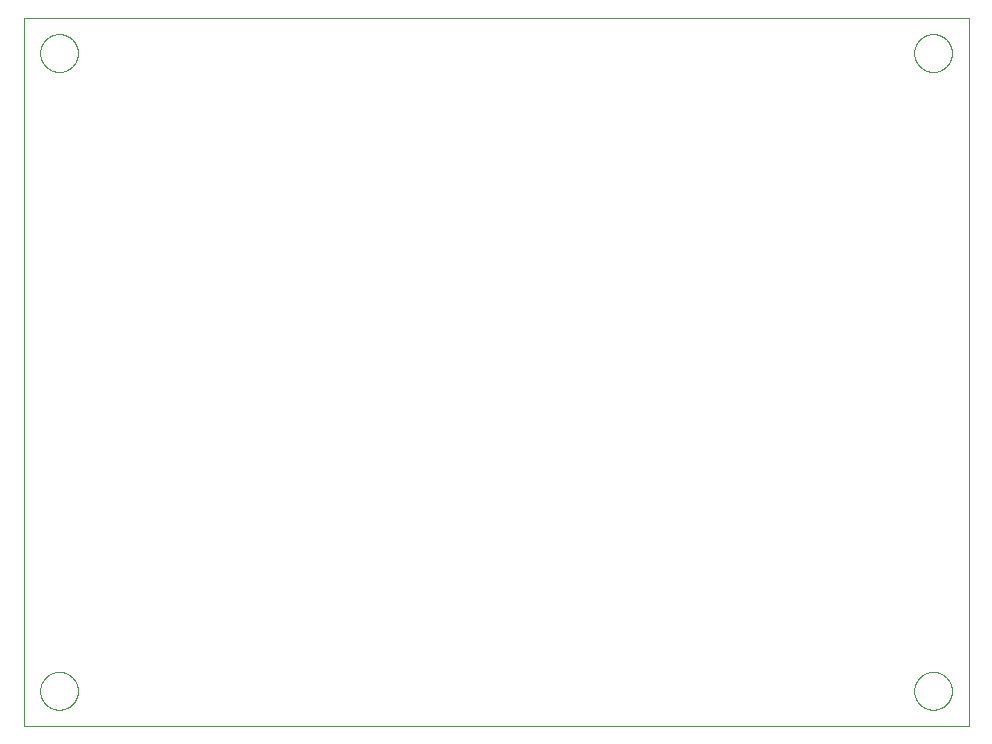
<source format=gbp>
G75*
%MOIN*%
%OFA0B0*%
%FSLAX25Y25*%
%IPPOS*%
%LPD*%
%AMOC8*
5,1,8,0,0,1.08239X$1,22.5*
%
%ADD10C,0.00000*%
D10*
X0001000Y0001000D02*
X0001000Y0237220D01*
X0315961Y0237220D01*
X0315961Y0001000D01*
X0001000Y0001000D01*
X0006512Y0012811D02*
X0006514Y0012969D01*
X0006520Y0013127D01*
X0006530Y0013285D01*
X0006544Y0013443D01*
X0006562Y0013600D01*
X0006583Y0013757D01*
X0006609Y0013913D01*
X0006639Y0014069D01*
X0006672Y0014224D01*
X0006710Y0014377D01*
X0006751Y0014530D01*
X0006796Y0014682D01*
X0006845Y0014833D01*
X0006898Y0014982D01*
X0006954Y0015130D01*
X0007014Y0015276D01*
X0007078Y0015421D01*
X0007146Y0015564D01*
X0007217Y0015706D01*
X0007291Y0015846D01*
X0007369Y0015983D01*
X0007451Y0016119D01*
X0007535Y0016253D01*
X0007624Y0016384D01*
X0007715Y0016513D01*
X0007810Y0016640D01*
X0007907Y0016765D01*
X0008008Y0016887D01*
X0008112Y0017006D01*
X0008219Y0017123D01*
X0008329Y0017237D01*
X0008442Y0017348D01*
X0008557Y0017457D01*
X0008675Y0017562D01*
X0008796Y0017664D01*
X0008919Y0017764D01*
X0009045Y0017860D01*
X0009173Y0017953D01*
X0009303Y0018043D01*
X0009436Y0018129D01*
X0009571Y0018213D01*
X0009707Y0018292D01*
X0009846Y0018369D01*
X0009987Y0018441D01*
X0010129Y0018511D01*
X0010273Y0018576D01*
X0010419Y0018638D01*
X0010566Y0018696D01*
X0010715Y0018751D01*
X0010865Y0018802D01*
X0011016Y0018849D01*
X0011168Y0018892D01*
X0011321Y0018931D01*
X0011476Y0018967D01*
X0011631Y0018998D01*
X0011787Y0019026D01*
X0011943Y0019050D01*
X0012100Y0019070D01*
X0012258Y0019086D01*
X0012415Y0019098D01*
X0012574Y0019106D01*
X0012732Y0019110D01*
X0012890Y0019110D01*
X0013048Y0019106D01*
X0013207Y0019098D01*
X0013364Y0019086D01*
X0013522Y0019070D01*
X0013679Y0019050D01*
X0013835Y0019026D01*
X0013991Y0018998D01*
X0014146Y0018967D01*
X0014301Y0018931D01*
X0014454Y0018892D01*
X0014606Y0018849D01*
X0014757Y0018802D01*
X0014907Y0018751D01*
X0015056Y0018696D01*
X0015203Y0018638D01*
X0015349Y0018576D01*
X0015493Y0018511D01*
X0015635Y0018441D01*
X0015776Y0018369D01*
X0015915Y0018292D01*
X0016051Y0018213D01*
X0016186Y0018129D01*
X0016319Y0018043D01*
X0016449Y0017953D01*
X0016577Y0017860D01*
X0016703Y0017764D01*
X0016826Y0017664D01*
X0016947Y0017562D01*
X0017065Y0017457D01*
X0017180Y0017348D01*
X0017293Y0017237D01*
X0017403Y0017123D01*
X0017510Y0017006D01*
X0017614Y0016887D01*
X0017715Y0016765D01*
X0017812Y0016640D01*
X0017907Y0016513D01*
X0017998Y0016384D01*
X0018087Y0016253D01*
X0018171Y0016119D01*
X0018253Y0015983D01*
X0018331Y0015846D01*
X0018405Y0015706D01*
X0018476Y0015564D01*
X0018544Y0015421D01*
X0018608Y0015276D01*
X0018668Y0015130D01*
X0018724Y0014982D01*
X0018777Y0014833D01*
X0018826Y0014682D01*
X0018871Y0014530D01*
X0018912Y0014377D01*
X0018950Y0014224D01*
X0018983Y0014069D01*
X0019013Y0013913D01*
X0019039Y0013757D01*
X0019060Y0013600D01*
X0019078Y0013443D01*
X0019092Y0013285D01*
X0019102Y0013127D01*
X0019108Y0012969D01*
X0019110Y0012811D01*
X0019108Y0012653D01*
X0019102Y0012495D01*
X0019092Y0012337D01*
X0019078Y0012179D01*
X0019060Y0012022D01*
X0019039Y0011865D01*
X0019013Y0011709D01*
X0018983Y0011553D01*
X0018950Y0011398D01*
X0018912Y0011245D01*
X0018871Y0011092D01*
X0018826Y0010940D01*
X0018777Y0010789D01*
X0018724Y0010640D01*
X0018668Y0010492D01*
X0018608Y0010346D01*
X0018544Y0010201D01*
X0018476Y0010058D01*
X0018405Y0009916D01*
X0018331Y0009776D01*
X0018253Y0009639D01*
X0018171Y0009503D01*
X0018087Y0009369D01*
X0017998Y0009238D01*
X0017907Y0009109D01*
X0017812Y0008982D01*
X0017715Y0008857D01*
X0017614Y0008735D01*
X0017510Y0008616D01*
X0017403Y0008499D01*
X0017293Y0008385D01*
X0017180Y0008274D01*
X0017065Y0008165D01*
X0016947Y0008060D01*
X0016826Y0007958D01*
X0016703Y0007858D01*
X0016577Y0007762D01*
X0016449Y0007669D01*
X0016319Y0007579D01*
X0016186Y0007493D01*
X0016051Y0007409D01*
X0015915Y0007330D01*
X0015776Y0007253D01*
X0015635Y0007181D01*
X0015493Y0007111D01*
X0015349Y0007046D01*
X0015203Y0006984D01*
X0015056Y0006926D01*
X0014907Y0006871D01*
X0014757Y0006820D01*
X0014606Y0006773D01*
X0014454Y0006730D01*
X0014301Y0006691D01*
X0014146Y0006655D01*
X0013991Y0006624D01*
X0013835Y0006596D01*
X0013679Y0006572D01*
X0013522Y0006552D01*
X0013364Y0006536D01*
X0013207Y0006524D01*
X0013048Y0006516D01*
X0012890Y0006512D01*
X0012732Y0006512D01*
X0012574Y0006516D01*
X0012415Y0006524D01*
X0012258Y0006536D01*
X0012100Y0006552D01*
X0011943Y0006572D01*
X0011787Y0006596D01*
X0011631Y0006624D01*
X0011476Y0006655D01*
X0011321Y0006691D01*
X0011168Y0006730D01*
X0011016Y0006773D01*
X0010865Y0006820D01*
X0010715Y0006871D01*
X0010566Y0006926D01*
X0010419Y0006984D01*
X0010273Y0007046D01*
X0010129Y0007111D01*
X0009987Y0007181D01*
X0009846Y0007253D01*
X0009707Y0007330D01*
X0009571Y0007409D01*
X0009436Y0007493D01*
X0009303Y0007579D01*
X0009173Y0007669D01*
X0009045Y0007762D01*
X0008919Y0007858D01*
X0008796Y0007958D01*
X0008675Y0008060D01*
X0008557Y0008165D01*
X0008442Y0008274D01*
X0008329Y0008385D01*
X0008219Y0008499D01*
X0008112Y0008616D01*
X0008008Y0008735D01*
X0007907Y0008857D01*
X0007810Y0008982D01*
X0007715Y0009109D01*
X0007624Y0009238D01*
X0007535Y0009369D01*
X0007451Y0009503D01*
X0007369Y0009639D01*
X0007291Y0009776D01*
X0007217Y0009916D01*
X0007146Y0010058D01*
X0007078Y0010201D01*
X0007014Y0010346D01*
X0006954Y0010492D01*
X0006898Y0010640D01*
X0006845Y0010789D01*
X0006796Y0010940D01*
X0006751Y0011092D01*
X0006710Y0011245D01*
X0006672Y0011398D01*
X0006639Y0011553D01*
X0006609Y0011709D01*
X0006583Y0011865D01*
X0006562Y0012022D01*
X0006544Y0012179D01*
X0006530Y0012337D01*
X0006520Y0012495D01*
X0006514Y0012653D01*
X0006512Y0012811D01*
X0006512Y0225409D02*
X0006514Y0225567D01*
X0006520Y0225725D01*
X0006530Y0225883D01*
X0006544Y0226041D01*
X0006562Y0226198D01*
X0006583Y0226355D01*
X0006609Y0226511D01*
X0006639Y0226667D01*
X0006672Y0226822D01*
X0006710Y0226975D01*
X0006751Y0227128D01*
X0006796Y0227280D01*
X0006845Y0227431D01*
X0006898Y0227580D01*
X0006954Y0227728D01*
X0007014Y0227874D01*
X0007078Y0228019D01*
X0007146Y0228162D01*
X0007217Y0228304D01*
X0007291Y0228444D01*
X0007369Y0228581D01*
X0007451Y0228717D01*
X0007535Y0228851D01*
X0007624Y0228982D01*
X0007715Y0229111D01*
X0007810Y0229238D01*
X0007907Y0229363D01*
X0008008Y0229485D01*
X0008112Y0229604D01*
X0008219Y0229721D01*
X0008329Y0229835D01*
X0008442Y0229946D01*
X0008557Y0230055D01*
X0008675Y0230160D01*
X0008796Y0230262D01*
X0008919Y0230362D01*
X0009045Y0230458D01*
X0009173Y0230551D01*
X0009303Y0230641D01*
X0009436Y0230727D01*
X0009571Y0230811D01*
X0009707Y0230890D01*
X0009846Y0230967D01*
X0009987Y0231039D01*
X0010129Y0231109D01*
X0010273Y0231174D01*
X0010419Y0231236D01*
X0010566Y0231294D01*
X0010715Y0231349D01*
X0010865Y0231400D01*
X0011016Y0231447D01*
X0011168Y0231490D01*
X0011321Y0231529D01*
X0011476Y0231565D01*
X0011631Y0231596D01*
X0011787Y0231624D01*
X0011943Y0231648D01*
X0012100Y0231668D01*
X0012258Y0231684D01*
X0012415Y0231696D01*
X0012574Y0231704D01*
X0012732Y0231708D01*
X0012890Y0231708D01*
X0013048Y0231704D01*
X0013207Y0231696D01*
X0013364Y0231684D01*
X0013522Y0231668D01*
X0013679Y0231648D01*
X0013835Y0231624D01*
X0013991Y0231596D01*
X0014146Y0231565D01*
X0014301Y0231529D01*
X0014454Y0231490D01*
X0014606Y0231447D01*
X0014757Y0231400D01*
X0014907Y0231349D01*
X0015056Y0231294D01*
X0015203Y0231236D01*
X0015349Y0231174D01*
X0015493Y0231109D01*
X0015635Y0231039D01*
X0015776Y0230967D01*
X0015915Y0230890D01*
X0016051Y0230811D01*
X0016186Y0230727D01*
X0016319Y0230641D01*
X0016449Y0230551D01*
X0016577Y0230458D01*
X0016703Y0230362D01*
X0016826Y0230262D01*
X0016947Y0230160D01*
X0017065Y0230055D01*
X0017180Y0229946D01*
X0017293Y0229835D01*
X0017403Y0229721D01*
X0017510Y0229604D01*
X0017614Y0229485D01*
X0017715Y0229363D01*
X0017812Y0229238D01*
X0017907Y0229111D01*
X0017998Y0228982D01*
X0018087Y0228851D01*
X0018171Y0228717D01*
X0018253Y0228581D01*
X0018331Y0228444D01*
X0018405Y0228304D01*
X0018476Y0228162D01*
X0018544Y0228019D01*
X0018608Y0227874D01*
X0018668Y0227728D01*
X0018724Y0227580D01*
X0018777Y0227431D01*
X0018826Y0227280D01*
X0018871Y0227128D01*
X0018912Y0226975D01*
X0018950Y0226822D01*
X0018983Y0226667D01*
X0019013Y0226511D01*
X0019039Y0226355D01*
X0019060Y0226198D01*
X0019078Y0226041D01*
X0019092Y0225883D01*
X0019102Y0225725D01*
X0019108Y0225567D01*
X0019110Y0225409D01*
X0019108Y0225251D01*
X0019102Y0225093D01*
X0019092Y0224935D01*
X0019078Y0224777D01*
X0019060Y0224620D01*
X0019039Y0224463D01*
X0019013Y0224307D01*
X0018983Y0224151D01*
X0018950Y0223996D01*
X0018912Y0223843D01*
X0018871Y0223690D01*
X0018826Y0223538D01*
X0018777Y0223387D01*
X0018724Y0223238D01*
X0018668Y0223090D01*
X0018608Y0222944D01*
X0018544Y0222799D01*
X0018476Y0222656D01*
X0018405Y0222514D01*
X0018331Y0222374D01*
X0018253Y0222237D01*
X0018171Y0222101D01*
X0018087Y0221967D01*
X0017998Y0221836D01*
X0017907Y0221707D01*
X0017812Y0221580D01*
X0017715Y0221455D01*
X0017614Y0221333D01*
X0017510Y0221214D01*
X0017403Y0221097D01*
X0017293Y0220983D01*
X0017180Y0220872D01*
X0017065Y0220763D01*
X0016947Y0220658D01*
X0016826Y0220556D01*
X0016703Y0220456D01*
X0016577Y0220360D01*
X0016449Y0220267D01*
X0016319Y0220177D01*
X0016186Y0220091D01*
X0016051Y0220007D01*
X0015915Y0219928D01*
X0015776Y0219851D01*
X0015635Y0219779D01*
X0015493Y0219709D01*
X0015349Y0219644D01*
X0015203Y0219582D01*
X0015056Y0219524D01*
X0014907Y0219469D01*
X0014757Y0219418D01*
X0014606Y0219371D01*
X0014454Y0219328D01*
X0014301Y0219289D01*
X0014146Y0219253D01*
X0013991Y0219222D01*
X0013835Y0219194D01*
X0013679Y0219170D01*
X0013522Y0219150D01*
X0013364Y0219134D01*
X0013207Y0219122D01*
X0013048Y0219114D01*
X0012890Y0219110D01*
X0012732Y0219110D01*
X0012574Y0219114D01*
X0012415Y0219122D01*
X0012258Y0219134D01*
X0012100Y0219150D01*
X0011943Y0219170D01*
X0011787Y0219194D01*
X0011631Y0219222D01*
X0011476Y0219253D01*
X0011321Y0219289D01*
X0011168Y0219328D01*
X0011016Y0219371D01*
X0010865Y0219418D01*
X0010715Y0219469D01*
X0010566Y0219524D01*
X0010419Y0219582D01*
X0010273Y0219644D01*
X0010129Y0219709D01*
X0009987Y0219779D01*
X0009846Y0219851D01*
X0009707Y0219928D01*
X0009571Y0220007D01*
X0009436Y0220091D01*
X0009303Y0220177D01*
X0009173Y0220267D01*
X0009045Y0220360D01*
X0008919Y0220456D01*
X0008796Y0220556D01*
X0008675Y0220658D01*
X0008557Y0220763D01*
X0008442Y0220872D01*
X0008329Y0220983D01*
X0008219Y0221097D01*
X0008112Y0221214D01*
X0008008Y0221333D01*
X0007907Y0221455D01*
X0007810Y0221580D01*
X0007715Y0221707D01*
X0007624Y0221836D01*
X0007535Y0221967D01*
X0007451Y0222101D01*
X0007369Y0222237D01*
X0007291Y0222374D01*
X0007217Y0222514D01*
X0007146Y0222656D01*
X0007078Y0222799D01*
X0007014Y0222944D01*
X0006954Y0223090D01*
X0006898Y0223238D01*
X0006845Y0223387D01*
X0006796Y0223538D01*
X0006751Y0223690D01*
X0006710Y0223843D01*
X0006672Y0223996D01*
X0006639Y0224151D01*
X0006609Y0224307D01*
X0006583Y0224463D01*
X0006562Y0224620D01*
X0006544Y0224777D01*
X0006530Y0224935D01*
X0006520Y0225093D01*
X0006514Y0225251D01*
X0006512Y0225409D01*
X0297851Y0225409D02*
X0297853Y0225567D01*
X0297859Y0225725D01*
X0297869Y0225883D01*
X0297883Y0226041D01*
X0297901Y0226198D01*
X0297922Y0226355D01*
X0297948Y0226511D01*
X0297978Y0226667D01*
X0298011Y0226822D01*
X0298049Y0226975D01*
X0298090Y0227128D01*
X0298135Y0227280D01*
X0298184Y0227431D01*
X0298237Y0227580D01*
X0298293Y0227728D01*
X0298353Y0227874D01*
X0298417Y0228019D01*
X0298485Y0228162D01*
X0298556Y0228304D01*
X0298630Y0228444D01*
X0298708Y0228581D01*
X0298790Y0228717D01*
X0298874Y0228851D01*
X0298963Y0228982D01*
X0299054Y0229111D01*
X0299149Y0229238D01*
X0299246Y0229363D01*
X0299347Y0229485D01*
X0299451Y0229604D01*
X0299558Y0229721D01*
X0299668Y0229835D01*
X0299781Y0229946D01*
X0299896Y0230055D01*
X0300014Y0230160D01*
X0300135Y0230262D01*
X0300258Y0230362D01*
X0300384Y0230458D01*
X0300512Y0230551D01*
X0300642Y0230641D01*
X0300775Y0230727D01*
X0300910Y0230811D01*
X0301046Y0230890D01*
X0301185Y0230967D01*
X0301326Y0231039D01*
X0301468Y0231109D01*
X0301612Y0231174D01*
X0301758Y0231236D01*
X0301905Y0231294D01*
X0302054Y0231349D01*
X0302204Y0231400D01*
X0302355Y0231447D01*
X0302507Y0231490D01*
X0302660Y0231529D01*
X0302815Y0231565D01*
X0302970Y0231596D01*
X0303126Y0231624D01*
X0303282Y0231648D01*
X0303439Y0231668D01*
X0303597Y0231684D01*
X0303754Y0231696D01*
X0303913Y0231704D01*
X0304071Y0231708D01*
X0304229Y0231708D01*
X0304387Y0231704D01*
X0304546Y0231696D01*
X0304703Y0231684D01*
X0304861Y0231668D01*
X0305018Y0231648D01*
X0305174Y0231624D01*
X0305330Y0231596D01*
X0305485Y0231565D01*
X0305640Y0231529D01*
X0305793Y0231490D01*
X0305945Y0231447D01*
X0306096Y0231400D01*
X0306246Y0231349D01*
X0306395Y0231294D01*
X0306542Y0231236D01*
X0306688Y0231174D01*
X0306832Y0231109D01*
X0306974Y0231039D01*
X0307115Y0230967D01*
X0307254Y0230890D01*
X0307390Y0230811D01*
X0307525Y0230727D01*
X0307658Y0230641D01*
X0307788Y0230551D01*
X0307916Y0230458D01*
X0308042Y0230362D01*
X0308165Y0230262D01*
X0308286Y0230160D01*
X0308404Y0230055D01*
X0308519Y0229946D01*
X0308632Y0229835D01*
X0308742Y0229721D01*
X0308849Y0229604D01*
X0308953Y0229485D01*
X0309054Y0229363D01*
X0309151Y0229238D01*
X0309246Y0229111D01*
X0309337Y0228982D01*
X0309426Y0228851D01*
X0309510Y0228717D01*
X0309592Y0228581D01*
X0309670Y0228444D01*
X0309744Y0228304D01*
X0309815Y0228162D01*
X0309883Y0228019D01*
X0309947Y0227874D01*
X0310007Y0227728D01*
X0310063Y0227580D01*
X0310116Y0227431D01*
X0310165Y0227280D01*
X0310210Y0227128D01*
X0310251Y0226975D01*
X0310289Y0226822D01*
X0310322Y0226667D01*
X0310352Y0226511D01*
X0310378Y0226355D01*
X0310399Y0226198D01*
X0310417Y0226041D01*
X0310431Y0225883D01*
X0310441Y0225725D01*
X0310447Y0225567D01*
X0310449Y0225409D01*
X0310447Y0225251D01*
X0310441Y0225093D01*
X0310431Y0224935D01*
X0310417Y0224777D01*
X0310399Y0224620D01*
X0310378Y0224463D01*
X0310352Y0224307D01*
X0310322Y0224151D01*
X0310289Y0223996D01*
X0310251Y0223843D01*
X0310210Y0223690D01*
X0310165Y0223538D01*
X0310116Y0223387D01*
X0310063Y0223238D01*
X0310007Y0223090D01*
X0309947Y0222944D01*
X0309883Y0222799D01*
X0309815Y0222656D01*
X0309744Y0222514D01*
X0309670Y0222374D01*
X0309592Y0222237D01*
X0309510Y0222101D01*
X0309426Y0221967D01*
X0309337Y0221836D01*
X0309246Y0221707D01*
X0309151Y0221580D01*
X0309054Y0221455D01*
X0308953Y0221333D01*
X0308849Y0221214D01*
X0308742Y0221097D01*
X0308632Y0220983D01*
X0308519Y0220872D01*
X0308404Y0220763D01*
X0308286Y0220658D01*
X0308165Y0220556D01*
X0308042Y0220456D01*
X0307916Y0220360D01*
X0307788Y0220267D01*
X0307658Y0220177D01*
X0307525Y0220091D01*
X0307390Y0220007D01*
X0307254Y0219928D01*
X0307115Y0219851D01*
X0306974Y0219779D01*
X0306832Y0219709D01*
X0306688Y0219644D01*
X0306542Y0219582D01*
X0306395Y0219524D01*
X0306246Y0219469D01*
X0306096Y0219418D01*
X0305945Y0219371D01*
X0305793Y0219328D01*
X0305640Y0219289D01*
X0305485Y0219253D01*
X0305330Y0219222D01*
X0305174Y0219194D01*
X0305018Y0219170D01*
X0304861Y0219150D01*
X0304703Y0219134D01*
X0304546Y0219122D01*
X0304387Y0219114D01*
X0304229Y0219110D01*
X0304071Y0219110D01*
X0303913Y0219114D01*
X0303754Y0219122D01*
X0303597Y0219134D01*
X0303439Y0219150D01*
X0303282Y0219170D01*
X0303126Y0219194D01*
X0302970Y0219222D01*
X0302815Y0219253D01*
X0302660Y0219289D01*
X0302507Y0219328D01*
X0302355Y0219371D01*
X0302204Y0219418D01*
X0302054Y0219469D01*
X0301905Y0219524D01*
X0301758Y0219582D01*
X0301612Y0219644D01*
X0301468Y0219709D01*
X0301326Y0219779D01*
X0301185Y0219851D01*
X0301046Y0219928D01*
X0300910Y0220007D01*
X0300775Y0220091D01*
X0300642Y0220177D01*
X0300512Y0220267D01*
X0300384Y0220360D01*
X0300258Y0220456D01*
X0300135Y0220556D01*
X0300014Y0220658D01*
X0299896Y0220763D01*
X0299781Y0220872D01*
X0299668Y0220983D01*
X0299558Y0221097D01*
X0299451Y0221214D01*
X0299347Y0221333D01*
X0299246Y0221455D01*
X0299149Y0221580D01*
X0299054Y0221707D01*
X0298963Y0221836D01*
X0298874Y0221967D01*
X0298790Y0222101D01*
X0298708Y0222237D01*
X0298630Y0222374D01*
X0298556Y0222514D01*
X0298485Y0222656D01*
X0298417Y0222799D01*
X0298353Y0222944D01*
X0298293Y0223090D01*
X0298237Y0223238D01*
X0298184Y0223387D01*
X0298135Y0223538D01*
X0298090Y0223690D01*
X0298049Y0223843D01*
X0298011Y0223996D01*
X0297978Y0224151D01*
X0297948Y0224307D01*
X0297922Y0224463D01*
X0297901Y0224620D01*
X0297883Y0224777D01*
X0297869Y0224935D01*
X0297859Y0225093D01*
X0297853Y0225251D01*
X0297851Y0225409D01*
X0297851Y0012811D02*
X0297853Y0012969D01*
X0297859Y0013127D01*
X0297869Y0013285D01*
X0297883Y0013443D01*
X0297901Y0013600D01*
X0297922Y0013757D01*
X0297948Y0013913D01*
X0297978Y0014069D01*
X0298011Y0014224D01*
X0298049Y0014377D01*
X0298090Y0014530D01*
X0298135Y0014682D01*
X0298184Y0014833D01*
X0298237Y0014982D01*
X0298293Y0015130D01*
X0298353Y0015276D01*
X0298417Y0015421D01*
X0298485Y0015564D01*
X0298556Y0015706D01*
X0298630Y0015846D01*
X0298708Y0015983D01*
X0298790Y0016119D01*
X0298874Y0016253D01*
X0298963Y0016384D01*
X0299054Y0016513D01*
X0299149Y0016640D01*
X0299246Y0016765D01*
X0299347Y0016887D01*
X0299451Y0017006D01*
X0299558Y0017123D01*
X0299668Y0017237D01*
X0299781Y0017348D01*
X0299896Y0017457D01*
X0300014Y0017562D01*
X0300135Y0017664D01*
X0300258Y0017764D01*
X0300384Y0017860D01*
X0300512Y0017953D01*
X0300642Y0018043D01*
X0300775Y0018129D01*
X0300910Y0018213D01*
X0301046Y0018292D01*
X0301185Y0018369D01*
X0301326Y0018441D01*
X0301468Y0018511D01*
X0301612Y0018576D01*
X0301758Y0018638D01*
X0301905Y0018696D01*
X0302054Y0018751D01*
X0302204Y0018802D01*
X0302355Y0018849D01*
X0302507Y0018892D01*
X0302660Y0018931D01*
X0302815Y0018967D01*
X0302970Y0018998D01*
X0303126Y0019026D01*
X0303282Y0019050D01*
X0303439Y0019070D01*
X0303597Y0019086D01*
X0303754Y0019098D01*
X0303913Y0019106D01*
X0304071Y0019110D01*
X0304229Y0019110D01*
X0304387Y0019106D01*
X0304546Y0019098D01*
X0304703Y0019086D01*
X0304861Y0019070D01*
X0305018Y0019050D01*
X0305174Y0019026D01*
X0305330Y0018998D01*
X0305485Y0018967D01*
X0305640Y0018931D01*
X0305793Y0018892D01*
X0305945Y0018849D01*
X0306096Y0018802D01*
X0306246Y0018751D01*
X0306395Y0018696D01*
X0306542Y0018638D01*
X0306688Y0018576D01*
X0306832Y0018511D01*
X0306974Y0018441D01*
X0307115Y0018369D01*
X0307254Y0018292D01*
X0307390Y0018213D01*
X0307525Y0018129D01*
X0307658Y0018043D01*
X0307788Y0017953D01*
X0307916Y0017860D01*
X0308042Y0017764D01*
X0308165Y0017664D01*
X0308286Y0017562D01*
X0308404Y0017457D01*
X0308519Y0017348D01*
X0308632Y0017237D01*
X0308742Y0017123D01*
X0308849Y0017006D01*
X0308953Y0016887D01*
X0309054Y0016765D01*
X0309151Y0016640D01*
X0309246Y0016513D01*
X0309337Y0016384D01*
X0309426Y0016253D01*
X0309510Y0016119D01*
X0309592Y0015983D01*
X0309670Y0015846D01*
X0309744Y0015706D01*
X0309815Y0015564D01*
X0309883Y0015421D01*
X0309947Y0015276D01*
X0310007Y0015130D01*
X0310063Y0014982D01*
X0310116Y0014833D01*
X0310165Y0014682D01*
X0310210Y0014530D01*
X0310251Y0014377D01*
X0310289Y0014224D01*
X0310322Y0014069D01*
X0310352Y0013913D01*
X0310378Y0013757D01*
X0310399Y0013600D01*
X0310417Y0013443D01*
X0310431Y0013285D01*
X0310441Y0013127D01*
X0310447Y0012969D01*
X0310449Y0012811D01*
X0310447Y0012653D01*
X0310441Y0012495D01*
X0310431Y0012337D01*
X0310417Y0012179D01*
X0310399Y0012022D01*
X0310378Y0011865D01*
X0310352Y0011709D01*
X0310322Y0011553D01*
X0310289Y0011398D01*
X0310251Y0011245D01*
X0310210Y0011092D01*
X0310165Y0010940D01*
X0310116Y0010789D01*
X0310063Y0010640D01*
X0310007Y0010492D01*
X0309947Y0010346D01*
X0309883Y0010201D01*
X0309815Y0010058D01*
X0309744Y0009916D01*
X0309670Y0009776D01*
X0309592Y0009639D01*
X0309510Y0009503D01*
X0309426Y0009369D01*
X0309337Y0009238D01*
X0309246Y0009109D01*
X0309151Y0008982D01*
X0309054Y0008857D01*
X0308953Y0008735D01*
X0308849Y0008616D01*
X0308742Y0008499D01*
X0308632Y0008385D01*
X0308519Y0008274D01*
X0308404Y0008165D01*
X0308286Y0008060D01*
X0308165Y0007958D01*
X0308042Y0007858D01*
X0307916Y0007762D01*
X0307788Y0007669D01*
X0307658Y0007579D01*
X0307525Y0007493D01*
X0307390Y0007409D01*
X0307254Y0007330D01*
X0307115Y0007253D01*
X0306974Y0007181D01*
X0306832Y0007111D01*
X0306688Y0007046D01*
X0306542Y0006984D01*
X0306395Y0006926D01*
X0306246Y0006871D01*
X0306096Y0006820D01*
X0305945Y0006773D01*
X0305793Y0006730D01*
X0305640Y0006691D01*
X0305485Y0006655D01*
X0305330Y0006624D01*
X0305174Y0006596D01*
X0305018Y0006572D01*
X0304861Y0006552D01*
X0304703Y0006536D01*
X0304546Y0006524D01*
X0304387Y0006516D01*
X0304229Y0006512D01*
X0304071Y0006512D01*
X0303913Y0006516D01*
X0303754Y0006524D01*
X0303597Y0006536D01*
X0303439Y0006552D01*
X0303282Y0006572D01*
X0303126Y0006596D01*
X0302970Y0006624D01*
X0302815Y0006655D01*
X0302660Y0006691D01*
X0302507Y0006730D01*
X0302355Y0006773D01*
X0302204Y0006820D01*
X0302054Y0006871D01*
X0301905Y0006926D01*
X0301758Y0006984D01*
X0301612Y0007046D01*
X0301468Y0007111D01*
X0301326Y0007181D01*
X0301185Y0007253D01*
X0301046Y0007330D01*
X0300910Y0007409D01*
X0300775Y0007493D01*
X0300642Y0007579D01*
X0300512Y0007669D01*
X0300384Y0007762D01*
X0300258Y0007858D01*
X0300135Y0007958D01*
X0300014Y0008060D01*
X0299896Y0008165D01*
X0299781Y0008274D01*
X0299668Y0008385D01*
X0299558Y0008499D01*
X0299451Y0008616D01*
X0299347Y0008735D01*
X0299246Y0008857D01*
X0299149Y0008982D01*
X0299054Y0009109D01*
X0298963Y0009238D01*
X0298874Y0009369D01*
X0298790Y0009503D01*
X0298708Y0009639D01*
X0298630Y0009776D01*
X0298556Y0009916D01*
X0298485Y0010058D01*
X0298417Y0010201D01*
X0298353Y0010346D01*
X0298293Y0010492D01*
X0298237Y0010640D01*
X0298184Y0010789D01*
X0298135Y0010940D01*
X0298090Y0011092D01*
X0298049Y0011245D01*
X0298011Y0011398D01*
X0297978Y0011553D01*
X0297948Y0011709D01*
X0297922Y0011865D01*
X0297901Y0012022D01*
X0297883Y0012179D01*
X0297869Y0012337D01*
X0297859Y0012495D01*
X0297853Y0012653D01*
X0297851Y0012811D01*
M02*

</source>
